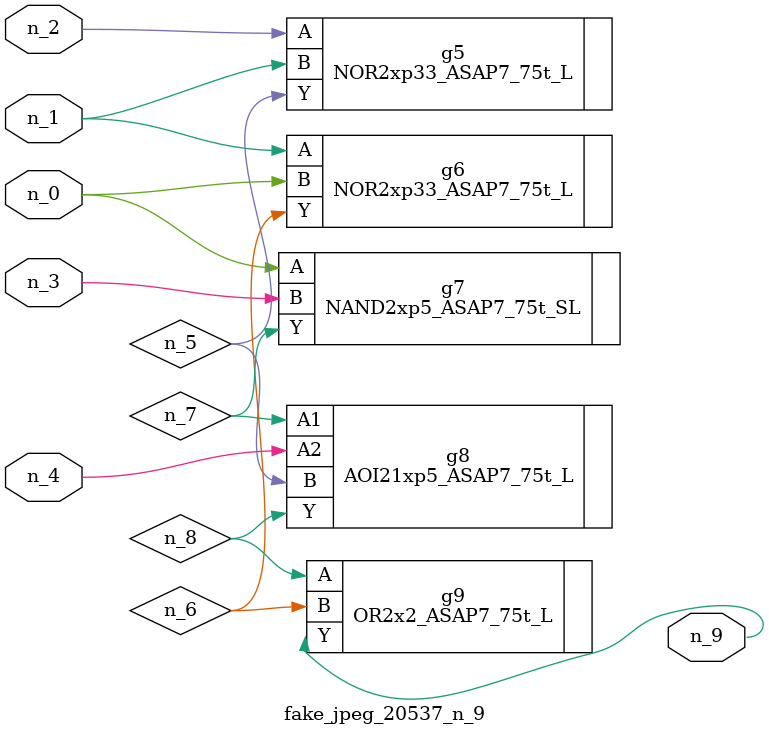
<source format=v>
module fake_jpeg_20537_n_9 (n_3, n_2, n_1, n_0, n_4, n_9);

input n_3;
input n_2;
input n_1;
input n_0;
input n_4;

output n_9;

wire n_8;
wire n_6;
wire n_5;
wire n_7;

NOR2xp33_ASAP7_75t_L g5 ( 
.A(n_2),
.B(n_1),
.Y(n_5)
);

NOR2xp33_ASAP7_75t_L g6 ( 
.A(n_1),
.B(n_0),
.Y(n_6)
);

NAND2xp5_ASAP7_75t_SL g7 ( 
.A(n_0),
.B(n_3),
.Y(n_7)
);

AOI21xp5_ASAP7_75t_L g8 ( 
.A1(n_7),
.A2(n_4),
.B(n_5),
.Y(n_8)
);

OR2x2_ASAP7_75t_L g9 ( 
.A(n_8),
.B(n_6),
.Y(n_9)
);


endmodule
</source>
